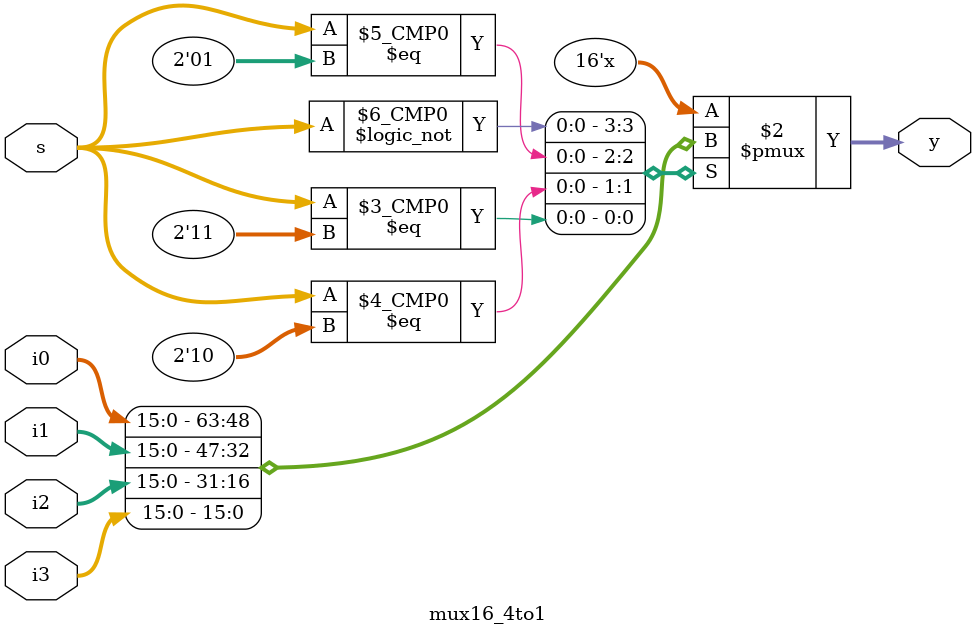
<source format=v>
module mux16_4to1(
	input [15:0] i3, i2, i1, i0,
	input [1:0] s,
	output reg [15:0] y
);

	always @(*)
	begin
	
		case (s)
			2'b00 	: y = i0;
			2'b01 	: y = i1;
			2'b10 	: y = i2;
			2'b11 	: y = i3;
		endcase
	end
	
endmodule

</source>
